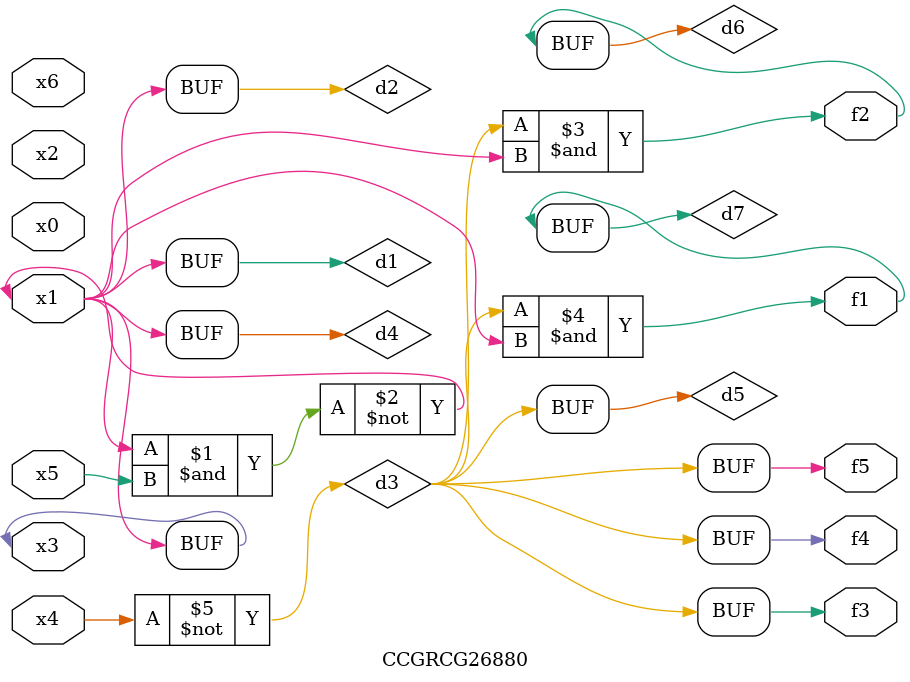
<source format=v>
module CCGRCG26880(
	input x0, x1, x2, x3, x4, x5, x6,
	output f1, f2, f3, f4, f5
);

	wire d1, d2, d3, d4, d5, d6, d7;

	buf (d1, x1, x3);
	nand (d2, x1, x5);
	not (d3, x4);
	buf (d4, d1, d2);
	buf (d5, d3);
	and (d6, d3, d4);
	and (d7, d3, d4);
	assign f1 = d7;
	assign f2 = d6;
	assign f3 = d5;
	assign f4 = d5;
	assign f5 = d5;
endmodule

</source>
